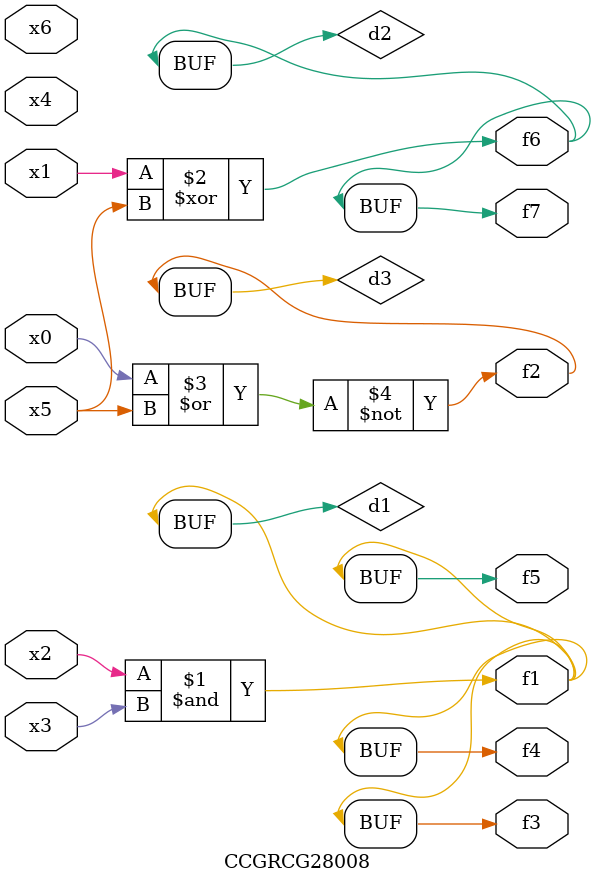
<source format=v>
module CCGRCG28008(
	input x0, x1, x2, x3, x4, x5, x6,
	output f1, f2, f3, f4, f5, f6, f7
);

	wire d1, d2, d3;

	and (d1, x2, x3);
	xor (d2, x1, x5);
	nor (d3, x0, x5);
	assign f1 = d1;
	assign f2 = d3;
	assign f3 = d1;
	assign f4 = d1;
	assign f5 = d1;
	assign f6 = d2;
	assign f7 = d2;
endmodule

</source>
